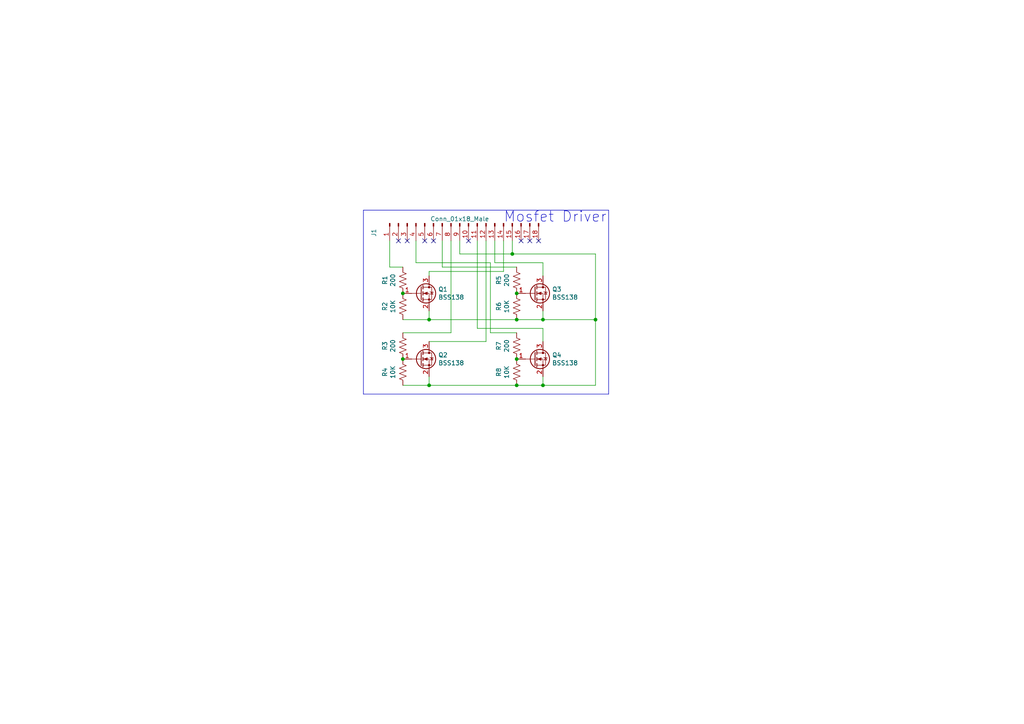
<source format=kicad_sch>
(kicad_sch (version 20230121) (generator eeschema)
  (paper "A4")
  (lib_symbols
    (symbol "Connector:Conn_01x18_Male" (pin_names (offset 1.016) hide)
      (property "Reference" "J" (at 0 22.86 0))
      (property "Value" "Conn_01x18_Male" (at 0 -25.4 0))
      (symbol "Conn_01x18_Male_1_1"
        (polyline (pts (xy 1.27 -22.86) (xy 0.8636 -22.86)) (stroke (width 0.1524)))
        (polyline (pts (xy 1.27 -20.32) (xy 0.8636 -20.32)) (stroke (width 0.1524)))
        (polyline (pts (xy 1.27 -17.78) (xy 0.8636 -17.78)) (stroke (width 0.1524)))
        (polyline (pts (xy 1.27 -15.24) (xy 0.8636 -15.24)) (stroke (width 0.1524)))
        (polyline (pts (xy 1.27 -12.7) (xy 0.8636 -12.7)) (stroke (width 0.1524)))
        (polyline (pts (xy 1.27 -10.16) (xy 0.8636 -10.16)) (stroke (width 0.1524)))
        (polyline (pts (xy 1.27 -7.62) (xy 0.8636 -7.62)) (stroke (width 0.1524)))
        (polyline (pts (xy 1.27 -5.08) (xy 0.8636 -5.08)) (stroke (width 0.1524)))
        (polyline (pts (xy 1.27 -2.54) (xy 0.8636 -2.54)) (stroke (width 0.1524)))
        (polyline (pts (xy 1.27 0) (xy 0.8636 0)) (stroke (width 0.1524)))
        (polyline (pts (xy 1.27 2.54) (xy 0.8636 2.54)) (stroke (width 0.1524)))
        (polyline (pts (xy 1.27 5.08) (xy 0.8636 5.08)) (stroke (width 0.1524)))
        (polyline (pts (xy 1.27 7.62) (xy 0.8636 7.62)) (stroke (width 0.1524)))
        (polyline (pts (xy 1.27 10.16) (xy 0.8636 10.16)) (stroke (width 0.1524)))
        (polyline (pts (xy 1.27 12.7) (xy 0.8636 12.7)) (stroke (width 0.1524)))
        (polyline (pts (xy 1.27 15.24) (xy 0.8636 15.24)) (stroke (width 0.1524)))
        (polyline (pts (xy 1.27 17.78) (xy 0.8636 17.78)) (stroke (width 0.1524)))
        (polyline (pts (xy 1.27 20.32) (xy 0.8636 20.32)) (stroke (width 0.1524)))
        (rectangle (start 0.8636 -22.733) (end 0 -22.987) (stroke (width 0.1524)) (fill (type outline)))
        (rectangle (start 0.8636 -20.193) (end 0 -20.447) (stroke (width 0.1524)) (fill (type outline)))
        (rectangle (start 0.8636 -17.653) (end 0 -17.907) (stroke (width 0.1524)) (fill (type outline)))
        (rectangle (start 0.8636 -15.113) (end 0 -15.367) (stroke (width 0.1524)) (fill (type outline)))
        (rectangle (start 0.8636 -12.573) (end 0 -12.827) (stroke (width 0.1524)) (fill (type outline)))
        (rectangle (start 0.8636 -10.033) (end 0 -10.287) (stroke (width 0.1524)) (fill (type outline)))
        (rectangle (start 0.8636 -7.493) (end 0 -7.747) (stroke (width 0.1524)) (fill (type outline)))
        (rectangle (start 0.8636 -4.953) (end 0 -5.207) (stroke (width 0.1524)) (fill (type outline)))
        (rectangle (start 0.8636 -2.413) (end 0 -2.667) (stroke (width 0.1524)) (fill (type outline)))
        (rectangle (start 0.8636 0.127) (end 0 -0.127) (stroke (width 0.1524)) (fill (type outline)))
        (rectangle (start 0.8636 2.667) (end 0 2.413) (stroke (width 0.1524)) (fill (type outline)))
        (rectangle (start 0.8636 5.207) (end 0 4.953) (stroke (width 0.1524)) (fill (type outline)))
        (rectangle (start 0.8636 7.747) (end 0 7.493) (stroke (width 0.1524)) (fill (type outline)))
        (rectangle (start 0.8636 10.287) (end 0 10.033) (stroke (width 0.1524)) (fill (type outline)))
        (rectangle (start 0.8636 12.827) (end 0 12.573) (stroke (width 0.1524)) (fill (type outline)))
        (rectangle (start 0.8636 15.367) (end 0 15.113) (stroke (width 0.1524)) (fill (type outline)))
        (rectangle (start 0.8636 17.907) (end 0 17.653) (stroke (width 0.1524)) (fill (type outline)))
        (rectangle (start 0.8636 20.447) (end 0 20.193) (stroke (width 0.1524)) (fill (type outline)))
        (pin passive line (at 5.08 20.32 180) (length 3.81) (name "Pin_1") (number "1"))
        (pin passive line (at 5.08 -2.54 180) (length 3.81) (name "Pin_10") (number "10"))
        (pin passive line (at 5.08 -5.08 180) (length 3.81) (name "Pin_11") (number "11"))
        (pin passive line (at 5.08 -7.62 180) (length 3.81) (name "Pin_12") (number "12"))
        (pin passive line (at 5.08 -10.16 180) (length 3.81) (name "Pin_13") (number "13"))
        (pin passive line (at 5.08 -12.7 180) (length 3.81) (name "Pin_14") (number "14"))
        (pin passive line (at 5.08 -15.24 180) (length 3.81) (name "Pin_15") (number "15"))
        (pin passive line (at 5.08 -17.78 180) (length 3.81) (name "Pin_16") (number "16"))
        (pin passive line (at 5.08 -20.32 180) (length 3.81) (name "Pin_17") (number "17"))
        (pin passive line (at 5.08 -22.86 180) (length 3.81) (name "Pin_18") (number "18"))
        (pin passive line (at 5.08 17.78 180) (length 3.81) (name "Pin_2") (number "2"))
        (pin passive line (at 5.08 15.24 180) (length 3.81) (name "Pin_3") (number "3"))
        (pin passive line (at 5.08 12.7 180) (length 3.81) (name "Pin_4") (number "4"))
        (pin passive line (at 5.08 10.16 180) (length 3.81) (name "Pin_5") (number "5"))
        (pin passive line (at 5.08 7.62 180) (length 3.81) (name "Pin_6") (number "6"))
        (pin passive line (at 5.08 5.08 180) (length 3.81) (name "Pin_7") (number "7"))
        (pin passive line (at 5.08 2.54 180) (length 3.81) (name "Pin_8") (number "8"))
        (pin passive line (at 5.08 0 180) (length 3.81) (name "Pin_9") (number "9"))
      )
    )
    (symbol "Device:Q_NMOS_GSD" (pin_names (offset 0) hide)
      (property "Reference" "Q" (at 5.08 1.27 0))
      (property "Value" "Q_NMOS_GSD" (at 5.08 -1.27 0))
      (symbol "Q_NMOS_GSD_0_1"
        (polyline (pts (xy 0.254 0) (xy -2.54 0)))
        (polyline (pts (xy 0.254 1.905) (xy 0.254 -1.905)) (stroke (width 0.254)))
        (polyline (pts (xy 0.762 -1.27) (xy 0.762 -2.286)) (stroke (width 0.254)))
        (polyline (pts (xy 0.762 0.508) (xy 0.762 -0.508)) (stroke (width 0.254)))
        (polyline (pts (xy 0.762 2.286) (xy 0.762 1.27)) (stroke (width 0.254)))
        (polyline (pts (xy 2.54 2.54) (xy 2.54 1.778)))
        (polyline (pts (xy 2.54 -2.54) (xy 2.54 0) (xy 0.762 0)))
        (polyline (pts (xy 0.762 -1.778) (xy 3.302 -1.778) (xy 3.302 1.778) (xy 0.762 1.778)))
        (polyline (pts (xy 1.016 0) (xy 2.032 0.381) (xy 2.032 -0.381) (xy 1.016 0)) (fill (type outline)))
        (polyline (pts (xy 2.794 0.508) (xy 2.921 0.381) (xy 3.683 0.381) (xy 3.81 0.254)))
        (polyline (pts (xy 3.302 0.381) (xy 2.921 -0.254) (xy 3.683 -0.254) (xy 3.302 0.381)))
        (circle (center 1.651 0) (radius 2.794) (stroke (width 0.254)))
        (circle (center 2.54 -1.778) (radius 0.254) (fill (type outline)))
        (circle (center 2.54 1.778) (radius 0.254) (fill (type outline)))
      )
      (symbol "Q_NMOS_GSD_1_1"
        (pin input line (at -5.08 0 0) (length 2.54) (name "G") (number "1"))
        (pin passive line (at 2.54 -5.08 90) (length 2.54) (name "S") (number "2"))
        (pin passive line (at 2.54 5.08 270) (length 2.54) (name "D") (number "3"))
      )
    )
    (symbol "Device:R_US" (pin_numbers hide) (pin_names (offset 0))
      (property "Reference" "R" (at 2.54 0 90))
      (property "Value" "R_US" (at -2.54 0 90))
      (symbol "R_US_0_1"
        (polyline (pts (xy 0 -2.286) (xy 0 -2.54)))
        (polyline (pts (xy 0 2.286) (xy 0 2.54)))
        (polyline (pts (xy 0 -0.762) (xy 1.016 -1.143) (xy 0 -1.524) (xy -1.016 -1.905) (xy 0 -2.286)))
        (polyline (pts (xy 0 0.762) (xy 1.016 0.381) (xy 0 0) (xy -1.016 -0.381) (xy 0 -0.762)))
        (polyline (pts (xy 0 2.286) (xy 1.016 1.905) (xy 0 1.524) (xy -1.016 1.143) (xy 0 0.762)))
      )
      (symbol "R_US_1_1"
        (pin passive line (at 0 3.81 270) (length 1.27) (name "~") (number "1"))
        (pin passive line (at 0 -3.81 90) (length 1.27) (name "~") (number "2"))
      )
    )
    (symbol "Q_NMOS_GSD_1" (pin_names (offset 0) hide)
      (property "Reference" "Q?" (at 5.1816 1.1684 0))
      (property "Value" "Q_NMOS_GSD_1" (at 5.1816 -1.143 0))
      (symbol "Q_NMOS_GSD_1_0_1"
        (polyline (pts (xy 0.254 0) (xy -2.54 0)))
        (polyline (pts (xy 0.254 1.905) (xy 0.254 -1.905)) (stroke (width 0.254)))
        (polyline (pts (xy 0.762 -1.27) (xy 0.762 -2.286)) (stroke (width 0.254)))
        (polyline (pts (xy 0.762 0.508) (xy 0.762 -0.508)) (stroke (width 0.254)))
        (polyline (pts (xy 0.762 2.286) (xy 0.762 1.27)) (stroke (width 0.254)))
        (polyline (pts (xy 2.54 2.54) (xy 2.54 1.778)))
        (polyline (pts (xy 2.54 -2.54) (xy 2.54 0) (xy 0.762 0)))
        (polyline (pts (xy 0.762 -1.778) (xy 3.302 -1.778) (xy 3.302 1.778) (xy 0.762 1.778)))
        (polyline (pts (xy 1.016 0) (xy 2.032 0.381) (xy 2.032 -0.381) (xy 1.016 0)) (fill (type outline)))
        (polyline (pts (xy 2.794 0.508) (xy 2.921 0.381) (xy 3.683 0.381) (xy 3.81 0.254)))
        (polyline (pts (xy 3.302 0.381) (xy 2.921 -0.254) (xy 3.683 -0.254) (xy 3.302 0.381)))
        (circle (center 1.651 0) (radius 2.794) (stroke (width 0.254)))
        (circle (center 2.54 -1.778) (radius 0.254) (fill (type outline)))
        (circle (center 2.54 1.778) (radius 0.254) (fill (type outline)))
      )
      (symbol "Q_NMOS_GSD_1_1_1"
        (pin input line (at -5.08 0 0) (length 2.54) (name "G") (number "1"))
        (pin passive line (at 2.54 -5.08 90) (length 2.54) (name "S") (number "2"))
        (pin passive line (at 2.54 5.08 270) (length 2.54) (name "D") (number "3"))
      )
    )
  )
  (junction (at 149.86 92.71))
  (junction (at 149.86 104.14))
  (junction (at 149.86 111.76))
  (junction (at 172.72 92.71))
  (junction (at 157.48 92.71))
  (junction (at 124.46 111.76))
  (junction (at 149.86 85.09))
  (junction (at 157.48 111.76))
  (junction (at 148.59 73.66))
  (junction (at 124.46 92.71))
  (junction (at 116.84 85.09))
  (junction (at 116.84 104.14))
  (no_connect (at 151.13 69.85))
  (no_connect (at 118.11 69.85))
  (no_connect (at 123.19 69.85))
  (no_connect (at 153.67 69.85))
  (no_connect (at 115.57 69.85))
  (no_connect (at 156.21 69.85))
  (no_connect (at 135.89 69.85))
  (no_connect (at 125.73 69.85))
  (wire (pts (xy 142.24 76.2) (xy 142.24 96.52)))
  (wire (pts (xy 128.27 69.85) (xy 128.27 77.47)))
  (wire (pts (xy 120.65 76.2) (xy 142.24 76.2)))
  (wire (pts (xy 128.27 77.47) (xy 149.86 77.47)))
  (wire (pts (xy 124.46 109.22) (xy 124.46 111.76)))
  (wire (pts (xy 143.51 76.2) (xy 157.48 76.2)))
  (wire (pts (xy 149.86 111.76) (xy 124.46 111.76)))
  (wire (pts (xy 140.97 99.06) (xy 124.46 99.06)))
  (wire (pts (xy 148.59 73.66) (xy 148.59 69.85)))
  (wire (pts (xy 130.81 69.85) (xy 130.81 96.52)))
  (polyline (pts (xy 176.53 114.3) (xy 176.53 60.96)))
  (wire (pts (xy 133.35 73.66) (xy 148.59 73.66)))
  (wire (pts (xy 172.72 73.66) (xy 172.72 92.71)))
  (wire (pts (xy 120.65 69.85) (xy 120.65 76.2)))
  (wire (pts (xy 138.43 69.85) (xy 138.43 95.25)))
  (wire (pts (xy 116.84 92.71) (xy 124.46 92.71)))
  (wire (pts (xy 157.48 109.22) (xy 157.48 111.76)))
  (wire (pts (xy 157.48 111.76) (xy 149.86 111.76)))
  (wire (pts (xy 148.59 73.66) (xy 172.72 73.66)))
  (polyline (pts (xy 105.41 114.3) (xy 176.53 114.3)))
  (wire (pts (xy 157.48 92.71) (xy 149.86 92.71)))
  (wire (pts (xy 143.51 69.85) (xy 143.51 76.2)))
  (wire (pts (xy 124.46 111.76) (xy 116.84 111.76)))
  (wire (pts (xy 172.72 111.76) (xy 157.48 111.76)))
  (wire (pts (xy 157.48 90.17) (xy 157.48 92.71)))
  (wire (pts (xy 172.72 92.71) (xy 172.72 111.76)))
  (wire (pts (xy 140.97 69.85) (xy 140.97 99.06)))
  (wire (pts (xy 172.72 92.71) (xy 157.48 92.71)))
  (wire (pts (xy 130.81 96.52) (xy 116.84 96.52)))
  (polyline (pts (xy 105.41 60.96) (xy 105.41 114.3)))
  (wire (pts (xy 124.46 78.74) (xy 124.46 80.01)))
  (wire (pts (xy 124.46 92.71) (xy 124.46 90.17)))
  (wire (pts (xy 146.05 69.85) (xy 146.05 78.74)))
  (wire (pts (xy 113.03 69.85) (xy 113.03 77.47)))
  (wire (pts (xy 146.05 78.74) (xy 124.46 78.74)))
  (polyline (pts (xy 176.53 60.96) (xy 105.41 60.96)))
  (wire (pts (xy 157.48 76.2) (xy 157.48 80.01)))
  (wire (pts (xy 133.35 69.85) (xy 133.35 73.66)))
  (wire (pts (xy 113.03 77.47) (xy 116.84 77.47)))
  (wire (pts (xy 124.46 92.71) (xy 149.86 92.71)))
  (wire (pts (xy 138.43 95.25) (xy 157.48 95.25)))
  (wire (pts (xy 157.48 95.25) (xy 157.48 99.06)))
  (wire (pts (xy 142.24 96.52) (xy 149.86 96.52)))
  (text "Mosfet Driver" (at 146.05 64.77 0) (effects (font (size 2.9972 2.9972)) (justify left bottom)))
  (symbol (lib_id "Device:R_US") (at 116.84 107.95 0) (unit 1)
    (property "Reference" "R4" (at 111.633 107.95 90))
    (property "Value" "10K" (at 113.9444 107.95 90))
    (property "Footprint" "Resistor_SMD:R_0603_1608Metric_Pad0.98x0.95mm_HandSolder" (effects hide))
    (property "LCSC" "C144081" (effects hide))
    (property "PN" "AF0603FR-0710KL" (effects hide))
  )
  (symbol (lib_id "Device:R_US") (at 149.86 81.28 0) (unit 1)
    (property "Reference" "R5" (at 144.653 81.28 90))
    (property "Value" "200" (at 146.9644 81.28 90))
    (property "Footprint" "Resistor_SMD:R_0603_1608Metric_Pad0.98x0.95mm_HandSolder" (effects hide))
    (property "LCSC" "C125935" (effects hide))
    (property "PN" "AC0603FR-07200RL" (effects hide))
  )
  (symbol (lib_id "Device:R_US") (at 116.84 100.33 0) (unit 1)
    (property "Reference" "R3" (at 111.633 100.33 90))
    (property "Value" "200" (at 113.9444 100.33 90))
    (property "Footprint" "Resistor_SMD:R_0603_1608Metric_Pad0.98x0.95mm_HandSolder" (effects hide))
    (property "LCSC" "C125935" (effects hide))
    (property "PN" "AC0603FR-07200RL" (effects hide))
  )
  (symbol (lib_name "Q_NMOS_GSD_1") (lib_id "Device:Q_NMOS_GSD") (at 121.92 85.09 0) (unit 1)
    (property "Reference" "Q1" (at 127.1016 83.9216 0) (effects (justify left)))
    (property "Value" "BSS138" (at 127.1016 86.233 0) (effects (justify left)))
    (property "Footprint" "Package_TO_SOT_SMD:SOT-23" (effects hide))
    (property "LCSC" "C2588" (effects hide))
  )
  (symbol (lib_id "Device:R_US") (at 149.86 100.33 0) (unit 1)
    (property "Reference" "R7" (at 144.653 100.33 90))
    (property "Value" "200" (at 146.9644 100.33 90))
    (property "Footprint" "Resistor_SMD:R_0603_1608Metric_Pad0.98x0.95mm_HandSolder" (effects hide))
    (property "LCSC" "C125935" (effects hide))
    (property "PN" "AC0603FR-07200RL" (effects hide))
  )
  (symbol (lib_id "Device:Q_NMOS_GSD") (at 154.94 104.14 0) (unit 1)
    (property "Reference" "Q4" (at 160.1216 102.9716 0) (effects (justify left)))
    (property "Value" "BSS138" (at 160.1216 105.283 0) (effects (justify left)))
    (property "Footprint" "Package_TO_SOT_SMD:SOT-23" (effects hide))
    (property "LCSC" "C2588" (effects hide))
    (property "PN" "IRLML2402TRPBF" (effects hide))
  )
  (symbol (lib_id "Device:R_US") (at 149.86 88.9 0) (unit 1)
    (property "Reference" "R6" (at 144.653 88.9 90))
    (property "Value" "10K" (at 146.9644 88.9 90))
    (property "Footprint" "Resistor_SMD:R_0603_1608Metric_Pad0.98x0.95mm_HandSolder" (effects hide))
    (property "LCSC" "C144081" (effects hide))
    (property "PN" "AF0603FR-0710KL" (effects hide))
  )
  (symbol (lib_id "Device:R_US") (at 116.84 88.9 0) (unit 1)
    (property "Reference" "R2" (at 111.633 88.9 90))
    (property "Value" "10K" (at 113.9444 88.9 90))
    (property "Footprint" "Resistor_SMD:R_0603_1608Metric_Pad0.98x0.95mm_HandSolder" (effects hide))
    (property "LCSC" "C144081" (effects hide))
    (property "PN" "AF0603FR-0710KL" (effects hide))
  )
  (symbol (lib_id "Device:Q_NMOS_GSD") (at 154.94 85.09 0) (unit 1)
    (property "Reference" "Q3" (at 160.1216 83.9216 0) (effects (justify left)))
    (property "Value" "BSS138" (at 160.1216 86.233 0) (effects (justify left)))
    (property "Footprint" "Package_TO_SOT_SMD:SOT-23" (effects hide))
    (property "LCSC" "C2588" (effects hide))
    (property "PN" "IRLML2402TRPBF" (effects hide))
  )
  (symbol (lib_id "Device:Q_NMOS_GSD") (at 121.92 104.14 0) (unit 1)
    (property "Reference" "Q2" (at 127.1016 102.9716 0) (effects (justify left)))
    (property "Value" "BSS138" (at 127.1016 105.283 0) (effects (justify left)))
    (property "Footprint" "Package_TO_SOT_SMD:SOT-23" (effects hide))
    (property "LCSC" "C2588" (effects hide))
    (property "PN" "IRLML2402TRPBF" (effects hide))
  )
  (symbol (lib_id "Connector:Conn_01x18_Male") (at 133.35 64.77 90) (mirror x) (unit 1)
    (property "Reference" "J1" (at 108.4326 67.5132 0))
    (property "Value" "Conn_01x18_Male" (at 133.35 63.5 90))
    (property "Footprint" "User Library:ClearpathDriver" (effects hide))
  )
  (symbol (lib_id "Device:R_US") (at 116.84 81.28 0) (unit 1)
    (property "Reference" "R1" (at 111.633 81.28 90))
    (property "Value" "200" (at 113.9444 81.28 90))
    (property "Footprint" "Resistor_SMD:R_0603_1608Metric_Pad0.98x0.95mm_HandSolder" (effects hide))
    (property "LCSC" "C125935" (effects hide))
    (property "PN" "AC0603FR-07200RL" (effects hide))
  )
  (symbol (lib_id "Device:R_US") (at 149.86 107.95 0) (unit 1)
    (property "Reference" "R8" (at 144.653 107.95 90))
    (property "Value" "10K" (at 146.9644 107.95 90))
    (property "Footprint" "Resistor_SMD:R_0603_1608Metric_Pad0.98x0.95mm_HandSolder" (effects hide))
    (property "LCSC" "C144081" (effects hide))
    (property "PN" "AF0603FR-0710KL" (effects hide))
  )
)
</source>
